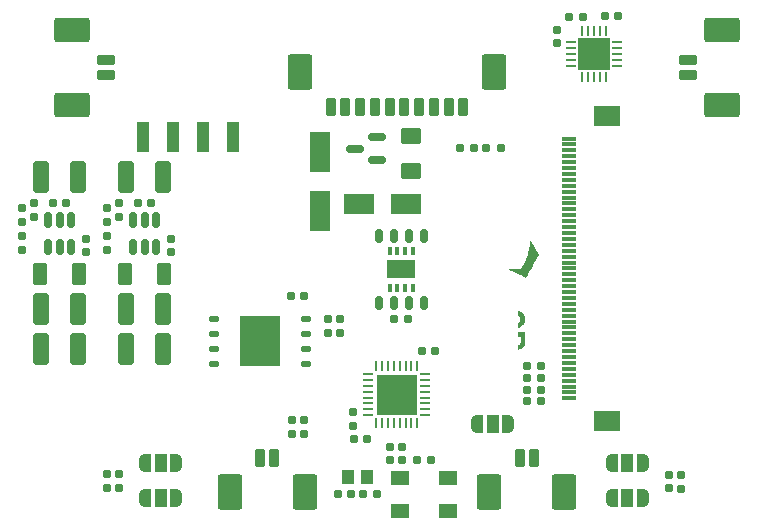
<source format=gts>
%TF.GenerationSoftware,KiCad,Pcbnew,7.0.1*%
%TF.CreationDate,2023-05-13T16:18:37+01:00*%
%TF.ProjectId,UGR-22 Screen,5547522d-3232-4205-9363-7265656e2e6b,rev?*%
%TF.SameCoordinates,Original*%
%TF.FileFunction,Soldermask,Top*%
%TF.FilePolarity,Negative*%
%FSLAX46Y46*%
G04 Gerber Fmt 4.6, Leading zero omitted, Abs format (unit mm)*
G04 Created by KiCad (PCBNEW 7.0.1) date 2023-05-13 16:18:37*
%MOMM*%
%LPD*%
G01*
G04 APERTURE LIST*
G04 Aperture macros list*
%AMRoundRect*
0 Rectangle with rounded corners*
0 $1 Rounding radius*
0 $2 $3 $4 $5 $6 $7 $8 $9 X,Y pos of 4 corners*
0 Add a 4 corners polygon primitive as box body*
4,1,4,$2,$3,$4,$5,$6,$7,$8,$9,$2,$3,0*
0 Add four circle primitives for the rounded corners*
1,1,$1+$1,$2,$3*
1,1,$1+$1,$4,$5*
1,1,$1+$1,$6,$7*
1,1,$1+$1,$8,$9*
0 Add four rect primitives between the rounded corners*
20,1,$1+$1,$2,$3,$4,$5,0*
20,1,$1+$1,$4,$5,$6,$7,0*
20,1,$1+$1,$6,$7,$8,$9,0*
20,1,$1+$1,$8,$9,$2,$3,0*%
%AMFreePoly0*
4,1,19,0.550000,-0.750000,0.000000,-0.750000,0.000000,-0.744911,-0.071157,-0.744911,-0.207708,-0.704816,-0.327430,-0.627875,-0.420627,-0.520320,-0.479746,-0.390866,-0.500000,-0.250000,-0.500000,0.250000,-0.479746,0.390866,-0.420627,0.520320,-0.327430,0.627875,-0.207708,0.704816,-0.071157,0.744911,0.000000,0.744911,0.000000,0.750000,0.550000,0.750000,0.550000,-0.750000,0.550000,-0.750000,
$1*%
%AMFreePoly1*
4,1,19,0.000000,0.744911,0.071157,0.744911,0.207708,0.704816,0.327430,0.627875,0.420627,0.520320,0.479746,0.390866,0.500000,0.250000,0.500000,-0.250000,0.479746,-0.390866,0.420627,-0.520320,0.327430,-0.627875,0.207708,-0.704816,0.071157,-0.744911,0.000000,-0.744911,0.000000,-0.750000,-0.550000,-0.750000,-0.550000,0.750000,0.000000,0.750000,0.000000,0.744911,0.000000,0.744911,
$1*%
G04 Aperture macros list end*
%ADD10RoundRect,0.160000X-0.160000X0.197500X-0.160000X-0.197500X0.160000X-0.197500X0.160000X0.197500X0*%
%ADD11RoundRect,0.155000X-0.212500X-0.155000X0.212500X-0.155000X0.212500X0.155000X-0.212500X0.155000X0*%
%ADD12R,1.500000X1.200000*%
%ADD13RoundRect,0.155000X0.155000X-0.212500X0.155000X0.212500X-0.155000X0.212500X-0.155000X-0.212500X0*%
%ADD14RoundRect,0.160000X0.160000X-0.197500X0.160000X0.197500X-0.160000X0.197500X-0.160000X-0.197500X0*%
%ADD15RoundRect,0.155000X-0.155000X0.212500X-0.155000X-0.212500X0.155000X-0.212500X0.155000X0.212500X0*%
%ADD16R,1.000000X2.500000*%
%ADD17RoundRect,0.160000X0.197500X0.160000X-0.197500X0.160000X-0.197500X-0.160000X0.197500X-0.160000X0*%
%ADD18RoundRect,0.062500X0.062500X-0.375000X0.062500X0.375000X-0.062500X0.375000X-0.062500X-0.375000X0*%
%ADD19RoundRect,0.062500X0.375000X-0.062500X0.375000X0.062500X-0.375000X0.062500X-0.375000X-0.062500X0*%
%ADD20R,3.500000X3.500000*%
%ADD21RoundRect,0.155000X0.212500X0.155000X-0.212500X0.155000X-0.212500X-0.155000X0.212500X-0.155000X0*%
%ADD22RoundRect,0.200000X0.200000X0.600000X-0.200000X0.600000X-0.200000X-0.600000X0.200000X-0.600000X0*%
%ADD23RoundRect,0.250001X0.799999X1.249999X-0.799999X1.249999X-0.799999X-1.249999X0.799999X-1.249999X0*%
%ADD24RoundRect,0.250000X0.362500X0.700000X-0.362500X0.700000X-0.362500X-0.700000X0.362500X-0.700000X0*%
%ADD25RoundRect,0.150000X-0.150000X0.512500X-0.150000X-0.512500X0.150000X-0.512500X0.150000X0.512500X0*%
%ADD26RoundRect,0.250001X-0.624999X0.462499X-0.624999X-0.462499X0.624999X-0.462499X0.624999X0.462499X0*%
%ADD27RoundRect,0.250000X-0.412500X-1.100000X0.412500X-1.100000X0.412500X1.100000X-0.412500X1.100000X0*%
%ADD28RoundRect,0.150000X0.150000X-0.450000X0.150000X0.450000X-0.150000X0.450000X-0.150000X-0.450000X0*%
%ADD29RoundRect,0.150000X0.587500X0.150000X-0.587500X0.150000X-0.587500X-0.150000X0.587500X-0.150000X0*%
%ADD30RoundRect,0.160000X-0.197500X-0.160000X0.197500X-0.160000X0.197500X0.160000X-0.197500X0.160000X0*%
%ADD31RoundRect,0.200000X-0.200000X-0.600000X0.200000X-0.600000X0.200000X0.600000X-0.200000X0.600000X0*%
%ADD32RoundRect,0.250001X-0.799999X-1.249999X0.799999X-1.249999X0.799999X1.249999X-0.799999X1.249999X0*%
%ADD33RoundRect,0.200000X0.600000X-0.200000X0.600000X0.200000X-0.600000X0.200000X-0.600000X-0.200000X0*%
%ADD34RoundRect,0.250001X1.249999X-0.799999X1.249999X0.799999X-1.249999X0.799999X-1.249999X-0.799999X0*%
%ADD35FreePoly0,180.000000*%
%ADD36R,1.000000X1.500000*%
%ADD37FreePoly1,180.000000*%
%ADD38R,1.050000X1.200000*%
%ADD39FreePoly0,0.000000*%
%ADD40FreePoly1,0.000000*%
%ADD41R,1.800000X3.500000*%
%ADD42RoundRect,0.125000X-0.262500X-0.125000X0.262500X-0.125000X0.262500X0.125000X-0.262500X0.125000X0*%
%ADD43R,3.400000X4.300000*%
%ADD44R,2.500000X1.800000*%
%ADD45R,1.300000X0.300000*%
%ADD46R,2.200000X1.800000*%
%ADD47R,0.350000X0.650000*%
%ADD48R,2.400000X1.550000*%
%ADD49RoundRect,0.062500X0.337500X0.062500X-0.337500X0.062500X-0.337500X-0.062500X0.337500X-0.062500X0*%
%ADD50RoundRect,0.062500X0.062500X0.337500X-0.062500X0.337500X-0.062500X-0.337500X0.062500X-0.337500X0*%
%ADD51R,2.700000X2.700000*%
%ADD52RoundRect,0.200000X-0.600000X0.200000X-0.600000X-0.200000X0.600000X-0.200000X0.600000X0.200000X0*%
%ADD53RoundRect,0.250001X-1.249999X0.799999X-1.249999X-0.799999X1.249999X-0.799999X1.249999X0.799999X0*%
G04 APERTURE END LIST*
%TO.C,G\u002A\u002A\u002A*%
G36*
X125610571Y-139896477D02*
G01*
X125653961Y-139957001D01*
X125719540Y-140058270D01*
X125802965Y-140193452D01*
X125899895Y-140355712D01*
X125969775Y-140475385D01*
X126338469Y-141112299D01*
X125940422Y-141802959D01*
X125821477Y-142009382D01*
X125703400Y-142214374D01*
X125592787Y-142406476D01*
X125496236Y-142574229D01*
X125420343Y-142706174D01*
X125387243Y-142763780D01*
X125232112Y-143033941D01*
X124759629Y-142807802D01*
X124570568Y-142716652D01*
X124371885Y-142619742D01*
X124183122Y-142526673D01*
X124023821Y-142447048D01*
X123974339Y-142421936D01*
X123661531Y-142262210D01*
X124214147Y-142260612D01*
X124766762Y-142259013D01*
X125097537Y-141686083D01*
X125428313Y-141113152D01*
X125507329Y-140520873D01*
X125532444Y-140333132D01*
X125555052Y-140165097D01*
X125573732Y-140027253D01*
X125587063Y-139930087D01*
X125593623Y-139884085D01*
X125593713Y-139883532D01*
X125610571Y-139896477D01*
G37*
G36*
X125142132Y-148178902D02*
G01*
X125137748Y-148377377D01*
X125132486Y-148524041D01*
X125124995Y-148629644D01*
X125113924Y-148704933D01*
X125097921Y-148760658D01*
X125075637Y-148807569D01*
X125059770Y-148834222D01*
X124938813Y-148971488D01*
X124778937Y-149064063D01*
X124670337Y-149094720D01*
X124553034Y-149116468D01*
X124553034Y-148913053D01*
X124554760Y-148802877D01*
X124563630Y-148739646D01*
X124585184Y-148707763D01*
X124624961Y-148691632D01*
X124632342Y-148689732D01*
X124695846Y-148656625D01*
X124738326Y-148589276D01*
X124762668Y-148479188D01*
X124771757Y-148317862D01*
X124771999Y-148278528D01*
X124771999Y-148045959D01*
X124553034Y-148045959D01*
X124553034Y-147639308D01*
X125152536Y-147639308D01*
X125142132Y-148178902D01*
G37*
G36*
X124611510Y-145807215D02*
G01*
X124623415Y-145810665D01*
X124798292Y-145888655D01*
X124952623Y-146004898D01*
X125035550Y-146100078D01*
X125090958Y-146190976D01*
X125122634Y-146282110D01*
X125138722Y-146400185D01*
X125141971Y-146449130D01*
X125139392Y-146646512D01*
X125102894Y-146805903D01*
X125027013Y-146945026D01*
X124966080Y-147019806D01*
X124832904Y-147143448D01*
X124689912Y-147222980D01*
X124623415Y-147246444D01*
X124585619Y-147254622D01*
X124564548Y-147241303D01*
X124555326Y-147193923D01*
X124553078Y-147099921D01*
X124553034Y-147065128D01*
X124555968Y-146950128D01*
X124569418Y-146875546D01*
X124600350Y-146819338D01*
X124646876Y-146768259D01*
X124709019Y-146692843D01*
X124735988Y-146613018D01*
X124740718Y-146528840D01*
X124732163Y-146423883D01*
X124698090Y-146347974D01*
X124646876Y-146289422D01*
X124595077Y-146231274D01*
X124566821Y-146173920D01*
X124555138Y-146095317D01*
X124553034Y-145992553D01*
X124554251Y-145883884D01*
X124561152Y-145825172D01*
X124578613Y-145803815D01*
X124611510Y-145807215D01*
G37*
%TD*%
D10*
%TO.C,R5*%
X90737500Y-136702500D03*
X90737500Y-137897500D03*
%TD*%
D11*
%TO.C,C6*%
X105332500Y-144600000D03*
X106467500Y-144600000D03*
%TD*%
D12*
%TO.C,X1*%
X114550000Y-162800000D03*
X118650000Y-162800000D03*
X118650000Y-160000000D03*
X114550000Y-160000000D03*
%TD*%
D13*
%TO.C,C21*%
X105450000Y-156217500D03*
X105450000Y-155082500D03*
%TD*%
D14*
%TO.C,R1*%
X110550000Y-155595000D03*
X110550000Y-154400000D03*
%TD*%
D15*
%TO.C,C1*%
X113750000Y-157332500D03*
X113750000Y-158467500D03*
%TD*%
D10*
%TO.C,R12*%
X138350000Y-159702500D03*
X138350000Y-160897500D03*
%TD*%
D16*
%TO.C,J2*%
X92815000Y-131100000D03*
X95355000Y-131100000D03*
X97895000Y-131100000D03*
X100435000Y-131100000D03*
%TD*%
D17*
%TO.C,R6*%
X126497500Y-153500000D03*
X125302500Y-153500000D03*
%TD*%
D18*
%TO.C,U1*%
X112525000Y-155362500D03*
X113025000Y-155362500D03*
X113525000Y-155362500D03*
X114025000Y-155362500D03*
X114525000Y-155362500D03*
X115025000Y-155362500D03*
X115525000Y-155362500D03*
X116025000Y-155362500D03*
D19*
X116712500Y-154675000D03*
X116712500Y-154175000D03*
X116712500Y-153675000D03*
X116712500Y-153175000D03*
X116712500Y-152675000D03*
X116712500Y-152175000D03*
X116712500Y-151675000D03*
X116712500Y-151175000D03*
D18*
X116025000Y-150487500D03*
X115525000Y-150487500D03*
X115025000Y-150487500D03*
X114525000Y-150487500D03*
X114025000Y-150487500D03*
X113525000Y-150487500D03*
X113025000Y-150487500D03*
X112525000Y-150487500D03*
D19*
X111837500Y-151175000D03*
X111837500Y-151675000D03*
X111837500Y-152175000D03*
X111837500Y-152675000D03*
X111837500Y-153175000D03*
X111837500Y-153675000D03*
X111837500Y-154175000D03*
X111837500Y-154675000D03*
D20*
X114275000Y-152925000D03*
%TD*%
D21*
%TO.C,C2*%
X112592500Y-161300000D03*
X111457500Y-161300000D03*
%TD*%
D22*
%TO.C,J1*%
X119925000Y-128550000D03*
X118675000Y-128550000D03*
X117425000Y-128550000D03*
X116175000Y-128550000D03*
X114925000Y-128550000D03*
X113675000Y-128550000D03*
X112425000Y-128550000D03*
X111175000Y-128550000D03*
X109925000Y-128550000D03*
X108675000Y-128550000D03*
D23*
X122475000Y-125650000D03*
X106125000Y-125650000D03*
%TD*%
D14*
%TO.C,R10*%
X89737500Y-140697500D03*
X89737500Y-139502500D03*
%TD*%
D11*
%TO.C,C3*%
X109290000Y-161300000D03*
X110425000Y-161300000D03*
%TD*%
D24*
%TO.C,L2*%
X94600000Y-142700000D03*
X91275000Y-142700000D03*
%TD*%
D11*
%TO.C,C8*%
X114082500Y-146500000D03*
X115217500Y-146500000D03*
%TD*%
D14*
%TO.C,R8*%
X82537500Y-140697500D03*
X82537500Y-139502500D03*
%TD*%
D25*
%TO.C,U5*%
X93887500Y-138162500D03*
X92937500Y-138162500D03*
X91987500Y-138162500D03*
X91987500Y-140437500D03*
X92937500Y-140437500D03*
X93887500Y-140437500D03*
%TD*%
D26*
%TO.C,F1*%
X115500000Y-131012500D03*
X115500000Y-133987500D03*
%TD*%
D27*
%TO.C,C16*%
X91375000Y-145700000D03*
X94500000Y-145700000D03*
%TD*%
D11*
%TO.C,C24*%
X128882500Y-120950000D03*
X130017500Y-120950000D03*
%TD*%
D28*
%TO.C,U7*%
X112745000Y-145162500D03*
X114015000Y-145162500D03*
X115285000Y-145162500D03*
X116555000Y-145162500D03*
X116555000Y-139462500D03*
X115285000Y-139462500D03*
X114015000Y-139462500D03*
X112745000Y-139462500D03*
%TD*%
D29*
%TO.C,D3*%
X112637500Y-133050000D03*
X112637500Y-131150000D03*
X110762500Y-132100000D03*
%TD*%
D30*
%TO.C,R3*%
X125302500Y-150500000D03*
X126497500Y-150500000D03*
%TD*%
D13*
%TO.C,C26*%
X127850000Y-123150000D03*
X127850000Y-122015000D03*
%TD*%
D10*
%TO.C,R4*%
X83537500Y-136702500D03*
X83537500Y-137897500D03*
%TD*%
D15*
%TO.C,C13*%
X87937500Y-139732500D03*
X87937500Y-140867500D03*
%TD*%
D31*
%TO.C,J5*%
X102675000Y-158300000D03*
X103925000Y-158300000D03*
D32*
X106475000Y-161200000D03*
X100125000Y-161200000D03*
%TD*%
D15*
%TO.C,C14*%
X95137500Y-139732500D03*
X95137500Y-140867500D03*
%TD*%
D27*
%TO.C,C17*%
X84175000Y-149100000D03*
X87300000Y-149100000D03*
%TD*%
D24*
%TO.C,L1*%
X87400000Y-142700000D03*
X84075000Y-142700000D03*
%TD*%
D33*
%TO.C,J6*%
X138900000Y-125825000D03*
X138900000Y-124575000D03*
D34*
X141800000Y-128375000D03*
X141800000Y-122025000D03*
%TD*%
D11*
%TO.C,C12*%
X92370000Y-136700000D03*
X93505000Y-136700000D03*
%TD*%
D35*
%TO.C,JP4*%
X95600000Y-158700000D03*
D36*
X94300000Y-158700000D03*
D37*
X93000000Y-158700000D03*
%TD*%
D38*
%TO.C,Y1*%
X111775000Y-159900000D03*
X110125000Y-159900000D03*
%TD*%
D11*
%TO.C,C11*%
X85137500Y-136700000D03*
X86272500Y-136700000D03*
%TD*%
D15*
%TO.C,C19*%
X137350000Y-159732500D03*
X137350000Y-160867500D03*
%TD*%
D27*
%TO.C,C18*%
X91375000Y-149100000D03*
X94500000Y-149100000D03*
%TD*%
D39*
%TO.C,JP5*%
X121100000Y-155400000D03*
D36*
X122400000Y-155400000D03*
D40*
X123700000Y-155400000D03*
%TD*%
D14*
%TO.C,R15*%
X108500000Y-147722500D03*
X108500000Y-146527500D03*
%TD*%
D35*
%TO.C,JP3*%
X95600000Y-161700000D03*
D36*
X94300000Y-161700000D03*
D37*
X93000000Y-161700000D03*
%TD*%
D41*
%TO.C,D2*%
X107800000Y-137400000D03*
X107800000Y-132400000D03*
%TD*%
D25*
%TO.C,U4*%
X86687500Y-138162500D03*
X85737500Y-138162500D03*
X84787500Y-138162500D03*
X84787500Y-140437500D03*
X85737500Y-140437500D03*
X86687500Y-140437500D03*
%TD*%
D42*
%TO.C,U2*%
X98825000Y-146500000D03*
X98825000Y-147765000D03*
X98825000Y-149035000D03*
X98825000Y-150300000D03*
X106625000Y-150300000D03*
X106625000Y-149035000D03*
X106625000Y-147765000D03*
X106625000Y-146495000D03*
D43*
X102725000Y-148400000D03*
%TD*%
D13*
%TO.C,C20*%
X90750000Y-160817500D03*
X90750000Y-159682500D03*
%TD*%
D27*
%TO.C,C9*%
X84175000Y-134500000D03*
X87300000Y-134500000D03*
%TD*%
D13*
%TO.C,C22*%
X109500000Y-147692500D03*
X109500000Y-146557500D03*
%TD*%
D21*
%TO.C,C23*%
X117167500Y-158500000D03*
X116032500Y-158500000D03*
%TD*%
D14*
%TO.C,R13*%
X89750000Y-160847500D03*
X89750000Y-159652500D03*
%TD*%
D44*
%TO.C,D1*%
X111100000Y-136800000D03*
X115100000Y-136800000D03*
%TD*%
D17*
%TO.C,R17*%
X123075000Y-132050000D03*
X121880000Y-132050000D03*
%TD*%
D45*
%TO.C,J3*%
X128850000Y-153240000D03*
X128850000Y-152740000D03*
X128850000Y-152240000D03*
X128850000Y-151740000D03*
X128850000Y-151240000D03*
X128850000Y-150740000D03*
X128850000Y-150240000D03*
X128850000Y-149740000D03*
X128850000Y-149240000D03*
X128850000Y-148740000D03*
X128850000Y-148240000D03*
X128850000Y-147740000D03*
X128850000Y-147240000D03*
X128850000Y-146740000D03*
X128850000Y-146240000D03*
X128850000Y-145740000D03*
X128850000Y-145240000D03*
X128850000Y-144740000D03*
X128850000Y-144240000D03*
X128850000Y-143740000D03*
X128850000Y-143240000D03*
X128850000Y-142740000D03*
X128850000Y-142240000D03*
X128850000Y-141740000D03*
X128850000Y-141240000D03*
X128850000Y-140740000D03*
X128850000Y-140240000D03*
X128850000Y-139740000D03*
X128850000Y-139240000D03*
X128850000Y-138740000D03*
X128850000Y-138240000D03*
X128850000Y-137740000D03*
X128850000Y-137240000D03*
X128850000Y-136740000D03*
X128850000Y-136240000D03*
X128850000Y-135740000D03*
X128850000Y-135240000D03*
X128850000Y-134740000D03*
X128850000Y-134240000D03*
X128850000Y-133740000D03*
X128850000Y-133240000D03*
X128850000Y-132740000D03*
X128850000Y-132240000D03*
X128850000Y-131740000D03*
X128850000Y-131240000D03*
D46*
X132100000Y-129340000D03*
X132100000Y-155140000D03*
%TD*%
D47*
%TO.C,U3*%
X113675000Y-143862500D03*
X114325000Y-143862500D03*
X114975000Y-143862500D03*
X115625000Y-143862500D03*
X115625000Y-140762500D03*
X114975000Y-140762500D03*
X114325000Y-140762500D03*
X113675000Y-140762500D03*
D48*
X114650000Y-142312500D03*
%TD*%
D21*
%TO.C,C4*%
X111785000Y-156700000D03*
X110650000Y-156700000D03*
%TD*%
D30*
%TO.C,R16*%
X119600000Y-132050000D03*
X120795000Y-132050000D03*
%TD*%
D14*
%TO.C,R14*%
X106450000Y-156247500D03*
X106450000Y-155052500D03*
%TD*%
D11*
%TO.C,C5*%
X116382500Y-149200000D03*
X117517500Y-149200000D03*
%TD*%
D14*
%TO.C,R9*%
X82537500Y-138297500D03*
X82537500Y-137102500D03*
%TD*%
D49*
%TO.C,U6*%
X132950000Y-125100000D03*
X132950000Y-124600000D03*
X132950000Y-124100000D03*
X132950000Y-123600000D03*
X132950000Y-123100000D03*
D50*
X132000000Y-122150000D03*
X131500000Y-122150000D03*
X131000000Y-122150000D03*
X130500000Y-122150000D03*
X130000000Y-122150000D03*
D49*
X129050000Y-123100000D03*
X129050000Y-123600000D03*
X129050000Y-124100000D03*
X129050000Y-124600000D03*
X129050000Y-125100000D03*
D50*
X130000000Y-126050000D03*
X130500000Y-126050000D03*
X131000000Y-126050000D03*
X131500000Y-126050000D03*
X132000000Y-126050000D03*
D51*
X131000000Y-124100000D03*
%TD*%
D17*
%TO.C,R7*%
X126500000Y-151500000D03*
X125305000Y-151500000D03*
%TD*%
D14*
%TO.C,R11*%
X89737500Y-138297500D03*
X89737500Y-137102500D03*
%TD*%
D31*
%TO.C,J4*%
X124675000Y-158300000D03*
X125925000Y-158300000D03*
D32*
X122125000Y-161200000D03*
X128475000Y-161200000D03*
%TD*%
D39*
%TO.C,JP2*%
X132500000Y-161700000D03*
D36*
X133800000Y-161700000D03*
D40*
X135100000Y-161700000D03*
%TD*%
D30*
%TO.C,R2*%
X125305000Y-152500000D03*
X126500000Y-152500000D03*
%TD*%
D52*
%TO.C,J7*%
X89700000Y-124575000D03*
X89700000Y-125825000D03*
D53*
X86800000Y-128375000D03*
X86800000Y-122025000D03*
%TD*%
D27*
%TO.C,C10*%
X91375000Y-134500000D03*
X94500000Y-134500000D03*
%TD*%
D39*
%TO.C,JP1*%
X132500000Y-158700000D03*
D36*
X133800000Y-158700000D03*
D40*
X135100000Y-158700000D03*
%TD*%
D15*
%TO.C,C7*%
X114750000Y-157332500D03*
X114750000Y-158467500D03*
%TD*%
D27*
%TO.C,C15*%
X84175000Y-145700000D03*
X87300000Y-145700000D03*
%TD*%
D11*
%TO.C,C25*%
X131900000Y-120900000D03*
X133035000Y-120900000D03*
%TD*%
M02*

</source>
